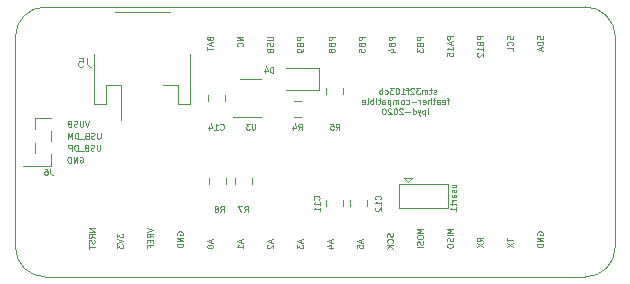
<source format=gbr>
G04 #@! TF.GenerationSoftware,KiCad,Pcbnew,(5.1.5)-2*
G04 #@! TF.CreationDate,2020-08-19T20:36:14+04:00*
G04 #@! TF.ProjectId,stm32f103_feather,73746d33-3266-4313-9033-5f6665617468,rev?*
G04 #@! TF.SameCoordinates,Original*
G04 #@! TF.FileFunction,Legend,Bot*
G04 #@! TF.FilePolarity,Positive*
%FSLAX46Y46*%
G04 Gerber Fmt 4.6, Leading zero omitted, Abs format (unit mm)*
G04 Created by KiCad (PCBNEW (5.1.5)-2) date 2020-08-19 20:36:14*
%MOMM*%
%LPD*%
G04 APERTURE LIST*
%ADD10C,0.101600*%
G04 #@! TA.AperFunction,Profile*
%ADD11C,0.050000*%
G04 #@! TD*
%ADD12C,0.120000*%
G04 APERTURE END LIST*
D10*
X132467047Y-88900000D02*
X132515428Y-88875809D01*
X132588000Y-88875809D01*
X132660571Y-88900000D01*
X132708952Y-88948380D01*
X132733142Y-88996761D01*
X132757333Y-89093523D01*
X132757333Y-89166095D01*
X132733142Y-89262857D01*
X132708952Y-89311238D01*
X132660571Y-89359619D01*
X132588000Y-89383809D01*
X132539619Y-89383809D01*
X132467047Y-89359619D01*
X132442857Y-89335428D01*
X132442857Y-89166095D01*
X132539619Y-89166095D01*
X132225142Y-89383809D02*
X132225142Y-88875809D01*
X131934857Y-89383809D01*
X131934857Y-88875809D01*
X131692952Y-89383809D02*
X131692952Y-88875809D01*
X131572000Y-88875809D01*
X131499428Y-88900000D01*
X131451047Y-88948380D01*
X131426857Y-88996761D01*
X131402666Y-89093523D01*
X131402666Y-89166095D01*
X131426857Y-89262857D01*
X131451047Y-89311238D01*
X131499428Y-89359619D01*
X131572000Y-89383809D01*
X131692952Y-89383809D01*
X134184571Y-87859809D02*
X134184571Y-88271047D01*
X134160380Y-88319428D01*
X134136190Y-88343619D01*
X134087809Y-88367809D01*
X133991047Y-88367809D01*
X133942666Y-88343619D01*
X133918476Y-88319428D01*
X133894285Y-88271047D01*
X133894285Y-87859809D01*
X133676571Y-88343619D02*
X133604000Y-88367809D01*
X133483047Y-88367809D01*
X133434666Y-88343619D01*
X133410476Y-88319428D01*
X133386285Y-88271047D01*
X133386285Y-88222666D01*
X133410476Y-88174285D01*
X133434666Y-88150095D01*
X133483047Y-88125904D01*
X133579809Y-88101714D01*
X133628190Y-88077523D01*
X133652380Y-88053333D01*
X133676571Y-88004952D01*
X133676571Y-87956571D01*
X133652380Y-87908190D01*
X133628190Y-87884000D01*
X133579809Y-87859809D01*
X133458857Y-87859809D01*
X133386285Y-87884000D01*
X132999238Y-88101714D02*
X132926666Y-88125904D01*
X132902476Y-88150095D01*
X132878285Y-88198476D01*
X132878285Y-88271047D01*
X132902476Y-88319428D01*
X132926666Y-88343619D01*
X132975047Y-88367809D01*
X133168571Y-88367809D01*
X133168571Y-87859809D01*
X132999238Y-87859809D01*
X132950857Y-87884000D01*
X132926666Y-87908190D01*
X132902476Y-87956571D01*
X132902476Y-88004952D01*
X132926666Y-88053333D01*
X132950857Y-88077523D01*
X132999238Y-88101714D01*
X133168571Y-88101714D01*
X132781523Y-88416190D02*
X132394476Y-88416190D01*
X132273523Y-88367809D02*
X132273523Y-87859809D01*
X132152571Y-87859809D01*
X132080000Y-87884000D01*
X132031619Y-87932380D01*
X132007428Y-87980761D01*
X131983238Y-88077523D01*
X131983238Y-88150095D01*
X132007428Y-88246857D01*
X132031619Y-88295238D01*
X132080000Y-88343619D01*
X132152571Y-88367809D01*
X132273523Y-88367809D01*
X131765523Y-88367809D02*
X131765523Y-87859809D01*
X131572000Y-87859809D01*
X131523619Y-87884000D01*
X131499428Y-87908190D01*
X131475238Y-87956571D01*
X131475238Y-88029142D01*
X131499428Y-88077523D01*
X131523619Y-88101714D01*
X131572000Y-88125904D01*
X131765523Y-88125904D01*
X134220857Y-86843809D02*
X134220857Y-87255047D01*
X134196666Y-87303428D01*
X134172476Y-87327619D01*
X134124095Y-87351809D01*
X134027333Y-87351809D01*
X133978952Y-87327619D01*
X133954761Y-87303428D01*
X133930571Y-87255047D01*
X133930571Y-86843809D01*
X133712857Y-87327619D02*
X133640285Y-87351809D01*
X133519333Y-87351809D01*
X133470952Y-87327619D01*
X133446761Y-87303428D01*
X133422571Y-87255047D01*
X133422571Y-87206666D01*
X133446761Y-87158285D01*
X133470952Y-87134095D01*
X133519333Y-87109904D01*
X133616095Y-87085714D01*
X133664476Y-87061523D01*
X133688666Y-87037333D01*
X133712857Y-86988952D01*
X133712857Y-86940571D01*
X133688666Y-86892190D01*
X133664476Y-86868000D01*
X133616095Y-86843809D01*
X133495142Y-86843809D01*
X133422571Y-86868000D01*
X133035523Y-87085714D02*
X132962952Y-87109904D01*
X132938761Y-87134095D01*
X132914571Y-87182476D01*
X132914571Y-87255047D01*
X132938761Y-87303428D01*
X132962952Y-87327619D01*
X133011333Y-87351809D01*
X133204857Y-87351809D01*
X133204857Y-86843809D01*
X133035523Y-86843809D01*
X132987142Y-86868000D01*
X132962952Y-86892190D01*
X132938761Y-86940571D01*
X132938761Y-86988952D01*
X132962952Y-87037333D01*
X132987142Y-87061523D01*
X133035523Y-87085714D01*
X133204857Y-87085714D01*
X132817809Y-87400190D02*
X132430761Y-87400190D01*
X132309809Y-87351809D02*
X132309809Y-86843809D01*
X132188857Y-86843809D01*
X132116285Y-86868000D01*
X132067904Y-86916380D01*
X132043714Y-86964761D01*
X132019523Y-87061523D01*
X132019523Y-87134095D01*
X132043714Y-87230857D01*
X132067904Y-87279238D01*
X132116285Y-87327619D01*
X132188857Y-87351809D01*
X132309809Y-87351809D01*
X131801809Y-87351809D02*
X131801809Y-86843809D01*
X131632476Y-87206666D01*
X131463142Y-86843809D01*
X131463142Y-87351809D01*
X133265333Y-85827809D02*
X133096000Y-86335809D01*
X132926666Y-85827809D01*
X132757333Y-85827809D02*
X132757333Y-86239047D01*
X132733142Y-86287428D01*
X132708952Y-86311619D01*
X132660571Y-86335809D01*
X132563809Y-86335809D01*
X132515428Y-86311619D01*
X132491238Y-86287428D01*
X132467047Y-86239047D01*
X132467047Y-85827809D01*
X132249333Y-86311619D02*
X132176761Y-86335809D01*
X132055809Y-86335809D01*
X132007428Y-86311619D01*
X131983238Y-86287428D01*
X131959047Y-86239047D01*
X131959047Y-86190666D01*
X131983238Y-86142285D01*
X132007428Y-86118095D01*
X132055809Y-86093904D01*
X132152571Y-86069714D01*
X132200952Y-86045523D01*
X132225142Y-86021333D01*
X132249333Y-85972952D01*
X132249333Y-85924571D01*
X132225142Y-85876190D01*
X132200952Y-85852000D01*
X132152571Y-85827809D01*
X132031619Y-85827809D01*
X131959047Y-85852000D01*
X131572000Y-86069714D02*
X131499428Y-86093904D01*
X131475238Y-86118095D01*
X131451047Y-86166476D01*
X131451047Y-86239047D01*
X131475238Y-86287428D01*
X131499428Y-86311619D01*
X131547809Y-86335809D01*
X131741333Y-86335809D01*
X131741333Y-85827809D01*
X131572000Y-85827809D01*
X131523619Y-85852000D01*
X131499428Y-85876190D01*
X131475238Y-85924571D01*
X131475238Y-85972952D01*
X131499428Y-86021333D01*
X131523619Y-86045523D01*
X131572000Y-86069714D01*
X131741333Y-86069714D01*
X171655619Y-78631142D02*
X171679809Y-78703714D01*
X171679809Y-78824666D01*
X171655619Y-78873047D01*
X171631428Y-78897238D01*
X171583047Y-78921428D01*
X171534666Y-78921428D01*
X171486285Y-78897238D01*
X171462095Y-78873047D01*
X171437904Y-78824666D01*
X171413714Y-78727904D01*
X171389523Y-78679523D01*
X171365333Y-78655333D01*
X171316952Y-78631142D01*
X171268571Y-78631142D01*
X171220190Y-78655333D01*
X171196000Y-78679523D01*
X171171809Y-78727904D01*
X171171809Y-78848857D01*
X171196000Y-78921428D01*
X171679809Y-79139142D02*
X171171809Y-79139142D01*
X171171809Y-79260095D01*
X171196000Y-79332666D01*
X171244380Y-79381047D01*
X171292761Y-79405238D01*
X171389523Y-79429428D01*
X171462095Y-79429428D01*
X171558857Y-79405238D01*
X171607238Y-79381047D01*
X171655619Y-79332666D01*
X171679809Y-79260095D01*
X171679809Y-79139142D01*
X171534666Y-79622952D02*
X171534666Y-79864857D01*
X171679809Y-79574571D02*
X171171809Y-79743904D01*
X171679809Y-79913238D01*
X169115619Y-78643238D02*
X169139809Y-78715809D01*
X169139809Y-78836761D01*
X169115619Y-78885142D01*
X169091428Y-78909333D01*
X169043047Y-78933523D01*
X168994666Y-78933523D01*
X168946285Y-78909333D01*
X168922095Y-78885142D01*
X168897904Y-78836761D01*
X168873714Y-78740000D01*
X168849523Y-78691619D01*
X168825333Y-78667428D01*
X168776952Y-78643238D01*
X168728571Y-78643238D01*
X168680190Y-78667428D01*
X168656000Y-78691619D01*
X168631809Y-78740000D01*
X168631809Y-78860952D01*
X168656000Y-78933523D01*
X169091428Y-79441523D02*
X169115619Y-79417333D01*
X169139809Y-79344761D01*
X169139809Y-79296380D01*
X169115619Y-79223809D01*
X169067238Y-79175428D01*
X169018857Y-79151238D01*
X168922095Y-79127047D01*
X168849523Y-79127047D01*
X168752761Y-79151238D01*
X168704380Y-79175428D01*
X168656000Y-79223809D01*
X168631809Y-79296380D01*
X168631809Y-79344761D01*
X168656000Y-79417333D01*
X168680190Y-79441523D01*
X169139809Y-79901142D02*
X169139809Y-79659238D01*
X168631809Y-79659238D01*
X166599809Y-78631142D02*
X166091809Y-78631142D01*
X166091809Y-78824666D01*
X166116000Y-78873047D01*
X166140190Y-78897238D01*
X166188571Y-78921428D01*
X166261142Y-78921428D01*
X166309523Y-78897238D01*
X166333714Y-78873047D01*
X166357904Y-78824666D01*
X166357904Y-78631142D01*
X166333714Y-79308476D02*
X166357904Y-79381047D01*
X166382095Y-79405238D01*
X166430476Y-79429428D01*
X166503047Y-79429428D01*
X166551428Y-79405238D01*
X166575619Y-79381047D01*
X166599809Y-79332666D01*
X166599809Y-79139142D01*
X166091809Y-79139142D01*
X166091809Y-79308476D01*
X166116000Y-79356857D01*
X166140190Y-79381047D01*
X166188571Y-79405238D01*
X166236952Y-79405238D01*
X166285333Y-79381047D01*
X166309523Y-79356857D01*
X166333714Y-79308476D01*
X166333714Y-79139142D01*
X166599809Y-79913238D02*
X166599809Y-79622952D01*
X166599809Y-79768095D02*
X166091809Y-79768095D01*
X166164380Y-79719714D01*
X166212761Y-79671333D01*
X166236952Y-79622952D01*
X166140190Y-80106761D02*
X166116000Y-80130952D01*
X166091809Y-80179333D01*
X166091809Y-80300285D01*
X166116000Y-80348666D01*
X166140190Y-80372857D01*
X166188571Y-80397047D01*
X166236952Y-80397047D01*
X166309523Y-80372857D01*
X166599809Y-80082571D01*
X166599809Y-80397047D01*
X164059809Y-78667428D02*
X163551809Y-78667428D01*
X163551809Y-78860952D01*
X163576000Y-78909333D01*
X163600190Y-78933523D01*
X163648571Y-78957714D01*
X163721142Y-78957714D01*
X163769523Y-78933523D01*
X163793714Y-78909333D01*
X163817904Y-78860952D01*
X163817904Y-78667428D01*
X163914666Y-79151238D02*
X163914666Y-79393142D01*
X164059809Y-79102857D02*
X163551809Y-79272190D01*
X164059809Y-79441523D01*
X164059809Y-79876952D02*
X164059809Y-79586666D01*
X164059809Y-79731809D02*
X163551809Y-79731809D01*
X163624380Y-79683428D01*
X163672761Y-79635047D01*
X163696952Y-79586666D01*
X163551809Y-80336571D02*
X163551809Y-80094666D01*
X163793714Y-80070476D01*
X163769523Y-80094666D01*
X163745333Y-80143047D01*
X163745333Y-80264000D01*
X163769523Y-80312380D01*
X163793714Y-80336571D01*
X163842095Y-80360761D01*
X163963047Y-80360761D01*
X164011428Y-80336571D01*
X164035619Y-80312380D01*
X164059809Y-80264000D01*
X164059809Y-80143047D01*
X164035619Y-80094666D01*
X164011428Y-80070476D01*
X161519809Y-78746047D02*
X161011809Y-78746047D01*
X161011809Y-78939571D01*
X161036000Y-78987952D01*
X161060190Y-79012142D01*
X161108571Y-79036333D01*
X161181142Y-79036333D01*
X161229523Y-79012142D01*
X161253714Y-78987952D01*
X161277904Y-78939571D01*
X161277904Y-78746047D01*
X161253714Y-79423380D02*
X161277904Y-79495952D01*
X161302095Y-79520142D01*
X161350476Y-79544333D01*
X161423047Y-79544333D01*
X161471428Y-79520142D01*
X161495619Y-79495952D01*
X161519809Y-79447571D01*
X161519809Y-79254047D01*
X161011809Y-79254047D01*
X161011809Y-79423380D01*
X161036000Y-79471761D01*
X161060190Y-79495952D01*
X161108571Y-79520142D01*
X161156952Y-79520142D01*
X161205333Y-79495952D01*
X161229523Y-79471761D01*
X161253714Y-79423380D01*
X161253714Y-79254047D01*
X161011809Y-79713666D02*
X161011809Y-80028142D01*
X161205333Y-79858809D01*
X161205333Y-79931380D01*
X161229523Y-79979761D01*
X161253714Y-80003952D01*
X161302095Y-80028142D01*
X161423047Y-80028142D01*
X161471428Y-80003952D01*
X161495619Y-79979761D01*
X161519809Y-79931380D01*
X161519809Y-79786238D01*
X161495619Y-79737857D01*
X161471428Y-79713666D01*
X159106809Y-78746047D02*
X158598809Y-78746047D01*
X158598809Y-78939571D01*
X158623000Y-78987952D01*
X158647190Y-79012142D01*
X158695571Y-79036333D01*
X158768142Y-79036333D01*
X158816523Y-79012142D01*
X158840714Y-78987952D01*
X158864904Y-78939571D01*
X158864904Y-78746047D01*
X158840714Y-79423380D02*
X158864904Y-79495952D01*
X158889095Y-79520142D01*
X158937476Y-79544333D01*
X159010047Y-79544333D01*
X159058428Y-79520142D01*
X159082619Y-79495952D01*
X159106809Y-79447571D01*
X159106809Y-79254047D01*
X158598809Y-79254047D01*
X158598809Y-79423380D01*
X158623000Y-79471761D01*
X158647190Y-79495952D01*
X158695571Y-79520142D01*
X158743952Y-79520142D01*
X158792333Y-79495952D01*
X158816523Y-79471761D01*
X158840714Y-79423380D01*
X158840714Y-79254047D01*
X158768142Y-79979761D02*
X159106809Y-79979761D01*
X158574619Y-79858809D02*
X158937476Y-79737857D01*
X158937476Y-80052333D01*
X156566809Y-78746047D02*
X156058809Y-78746047D01*
X156058809Y-78939571D01*
X156083000Y-78987952D01*
X156107190Y-79012142D01*
X156155571Y-79036333D01*
X156228142Y-79036333D01*
X156276523Y-79012142D01*
X156300714Y-78987952D01*
X156324904Y-78939571D01*
X156324904Y-78746047D01*
X156300714Y-79423380D02*
X156324904Y-79495952D01*
X156349095Y-79520142D01*
X156397476Y-79544333D01*
X156470047Y-79544333D01*
X156518428Y-79520142D01*
X156542619Y-79495952D01*
X156566809Y-79447571D01*
X156566809Y-79254047D01*
X156058809Y-79254047D01*
X156058809Y-79423380D01*
X156083000Y-79471761D01*
X156107190Y-79495952D01*
X156155571Y-79520142D01*
X156203952Y-79520142D01*
X156252333Y-79495952D01*
X156276523Y-79471761D01*
X156300714Y-79423380D01*
X156300714Y-79254047D01*
X156058809Y-80003952D02*
X156058809Y-79762047D01*
X156300714Y-79737857D01*
X156276523Y-79762047D01*
X156252333Y-79810428D01*
X156252333Y-79931380D01*
X156276523Y-79979761D01*
X156300714Y-80003952D01*
X156349095Y-80028142D01*
X156470047Y-80028142D01*
X156518428Y-80003952D01*
X156542619Y-79979761D01*
X156566809Y-79931380D01*
X156566809Y-79810428D01*
X156542619Y-79762047D01*
X156518428Y-79737857D01*
X154026809Y-78746047D02*
X153518809Y-78746047D01*
X153518809Y-78939571D01*
X153543000Y-78987952D01*
X153567190Y-79012142D01*
X153615571Y-79036333D01*
X153688142Y-79036333D01*
X153736523Y-79012142D01*
X153760714Y-78987952D01*
X153784904Y-78939571D01*
X153784904Y-78746047D01*
X153760714Y-79423380D02*
X153784904Y-79495952D01*
X153809095Y-79520142D01*
X153857476Y-79544333D01*
X153930047Y-79544333D01*
X153978428Y-79520142D01*
X154002619Y-79495952D01*
X154026809Y-79447571D01*
X154026809Y-79254047D01*
X153518809Y-79254047D01*
X153518809Y-79423380D01*
X153543000Y-79471761D01*
X153567190Y-79495952D01*
X153615571Y-79520142D01*
X153663952Y-79520142D01*
X153712333Y-79495952D01*
X153736523Y-79471761D01*
X153760714Y-79423380D01*
X153760714Y-79254047D01*
X153736523Y-79834619D02*
X153712333Y-79786238D01*
X153688142Y-79762047D01*
X153639761Y-79737857D01*
X153615571Y-79737857D01*
X153567190Y-79762047D01*
X153543000Y-79786238D01*
X153518809Y-79834619D01*
X153518809Y-79931380D01*
X153543000Y-79979761D01*
X153567190Y-80003952D01*
X153615571Y-80028142D01*
X153639761Y-80028142D01*
X153688142Y-80003952D01*
X153712333Y-79979761D01*
X153736523Y-79931380D01*
X153736523Y-79834619D01*
X153760714Y-79786238D01*
X153784904Y-79762047D01*
X153833285Y-79737857D01*
X153930047Y-79737857D01*
X153978428Y-79762047D01*
X154002619Y-79786238D01*
X154026809Y-79834619D01*
X154026809Y-79931380D01*
X154002619Y-79979761D01*
X153978428Y-80003952D01*
X153930047Y-80028142D01*
X153833285Y-80028142D01*
X153784904Y-80003952D01*
X153760714Y-79979761D01*
X153736523Y-79931380D01*
X151359809Y-78746047D02*
X150851809Y-78746047D01*
X150851809Y-78939571D01*
X150876000Y-78987952D01*
X150900190Y-79012142D01*
X150948571Y-79036333D01*
X151021142Y-79036333D01*
X151069523Y-79012142D01*
X151093714Y-78987952D01*
X151117904Y-78939571D01*
X151117904Y-78746047D01*
X151093714Y-79423380D02*
X151117904Y-79495952D01*
X151142095Y-79520142D01*
X151190476Y-79544333D01*
X151263047Y-79544333D01*
X151311428Y-79520142D01*
X151335619Y-79495952D01*
X151359809Y-79447571D01*
X151359809Y-79254047D01*
X150851809Y-79254047D01*
X150851809Y-79423380D01*
X150876000Y-79471761D01*
X150900190Y-79495952D01*
X150948571Y-79520142D01*
X150996952Y-79520142D01*
X151045333Y-79495952D01*
X151069523Y-79471761D01*
X151093714Y-79423380D01*
X151093714Y-79254047D01*
X151359809Y-79786238D02*
X151359809Y-79883000D01*
X151335619Y-79931380D01*
X151311428Y-79955571D01*
X151238857Y-80003952D01*
X151142095Y-80028142D01*
X150948571Y-80028142D01*
X150900190Y-80003952D01*
X150876000Y-79979761D01*
X150851809Y-79931380D01*
X150851809Y-79834619D01*
X150876000Y-79786238D01*
X150900190Y-79762047D01*
X150948571Y-79737857D01*
X151069523Y-79737857D01*
X151117904Y-79762047D01*
X151142095Y-79786238D01*
X151166285Y-79834619D01*
X151166285Y-79931380D01*
X151142095Y-79979761D01*
X151117904Y-80003952D01*
X151069523Y-80028142D01*
X148311809Y-78733952D02*
X148723047Y-78733952D01*
X148771428Y-78758142D01*
X148795619Y-78782333D01*
X148819809Y-78830714D01*
X148819809Y-78927476D01*
X148795619Y-78975857D01*
X148771428Y-79000047D01*
X148723047Y-79024238D01*
X148311809Y-79024238D01*
X148795619Y-79241952D02*
X148819809Y-79314523D01*
X148819809Y-79435476D01*
X148795619Y-79483857D01*
X148771428Y-79508047D01*
X148723047Y-79532238D01*
X148674666Y-79532238D01*
X148626285Y-79508047D01*
X148602095Y-79483857D01*
X148577904Y-79435476D01*
X148553714Y-79338714D01*
X148529523Y-79290333D01*
X148505333Y-79266142D01*
X148456952Y-79241952D01*
X148408571Y-79241952D01*
X148360190Y-79266142D01*
X148336000Y-79290333D01*
X148311809Y-79338714D01*
X148311809Y-79459666D01*
X148336000Y-79532238D01*
X148553714Y-79919285D02*
X148577904Y-79991857D01*
X148602095Y-80016047D01*
X148650476Y-80040238D01*
X148723047Y-80040238D01*
X148771428Y-80016047D01*
X148795619Y-79991857D01*
X148819809Y-79943476D01*
X148819809Y-79749952D01*
X148311809Y-79749952D01*
X148311809Y-79919285D01*
X148336000Y-79967666D01*
X148360190Y-79991857D01*
X148408571Y-80016047D01*
X148456952Y-80016047D01*
X148505333Y-79991857D01*
X148529523Y-79967666D01*
X148553714Y-79919285D01*
X148553714Y-79749952D01*
X146279809Y-78721857D02*
X145771809Y-78721857D01*
X146279809Y-79012142D01*
X145771809Y-79012142D01*
X146231428Y-79544333D02*
X146255619Y-79520142D01*
X146279809Y-79447571D01*
X146279809Y-79399190D01*
X146255619Y-79326619D01*
X146207238Y-79278238D01*
X146158857Y-79254047D01*
X146062095Y-79229857D01*
X145989523Y-79229857D01*
X145892761Y-79254047D01*
X145844380Y-79278238D01*
X145796000Y-79326619D01*
X145771809Y-79399190D01*
X145771809Y-79447571D01*
X145796000Y-79520142D01*
X145820190Y-79544333D01*
X143473714Y-78873047D02*
X143497904Y-78945619D01*
X143522095Y-78969809D01*
X143570476Y-78994000D01*
X143643047Y-78994000D01*
X143691428Y-78969809D01*
X143715619Y-78945619D01*
X143739809Y-78897238D01*
X143739809Y-78703714D01*
X143231809Y-78703714D01*
X143231809Y-78873047D01*
X143256000Y-78921428D01*
X143280190Y-78945619D01*
X143328571Y-78969809D01*
X143376952Y-78969809D01*
X143425333Y-78945619D01*
X143449523Y-78921428D01*
X143473714Y-78873047D01*
X143473714Y-78703714D01*
X143594666Y-79187523D02*
X143594666Y-79429428D01*
X143739809Y-79139142D02*
X143231809Y-79308476D01*
X143739809Y-79477809D01*
X143231809Y-79574571D02*
X143231809Y-79864857D01*
X143739809Y-79719714D02*
X143231809Y-79719714D01*
X171196000Y-95497952D02*
X171171809Y-95449571D01*
X171171809Y-95377000D01*
X171196000Y-95304428D01*
X171244380Y-95256047D01*
X171292761Y-95231857D01*
X171389523Y-95207666D01*
X171462095Y-95207666D01*
X171558857Y-95231857D01*
X171607238Y-95256047D01*
X171655619Y-95304428D01*
X171679809Y-95377000D01*
X171679809Y-95425380D01*
X171655619Y-95497952D01*
X171631428Y-95522142D01*
X171462095Y-95522142D01*
X171462095Y-95425380D01*
X171679809Y-95739857D02*
X171171809Y-95739857D01*
X171679809Y-96030142D01*
X171171809Y-96030142D01*
X171679809Y-96272047D02*
X171171809Y-96272047D01*
X171171809Y-96393000D01*
X171196000Y-96465571D01*
X171244380Y-96513952D01*
X171292761Y-96538142D01*
X171389523Y-96562333D01*
X171462095Y-96562333D01*
X171558857Y-96538142D01*
X171607238Y-96513952D01*
X171655619Y-96465571D01*
X171679809Y-96393000D01*
X171679809Y-96272047D01*
X168631809Y-95751952D02*
X168631809Y-96042238D01*
X169139809Y-95897095D02*
X168631809Y-95897095D01*
X168631809Y-96163190D02*
X169139809Y-96501857D01*
X168631809Y-96501857D02*
X169139809Y-96163190D01*
X166599809Y-96054333D02*
X166357904Y-95885000D01*
X166599809Y-95764047D02*
X166091809Y-95764047D01*
X166091809Y-95957571D01*
X166116000Y-96005952D01*
X166140190Y-96030142D01*
X166188571Y-96054333D01*
X166261142Y-96054333D01*
X166309523Y-96030142D01*
X166333714Y-96005952D01*
X166357904Y-95957571D01*
X166357904Y-95764047D01*
X166091809Y-96223666D02*
X166599809Y-96562333D01*
X166091809Y-96562333D02*
X166599809Y-96223666D01*
X164059809Y-94959714D02*
X163551809Y-94959714D01*
X163914666Y-95129047D01*
X163551809Y-95298380D01*
X164059809Y-95298380D01*
X164059809Y-95540285D02*
X163551809Y-95540285D01*
X164035619Y-95758000D02*
X164059809Y-95830571D01*
X164059809Y-95951523D01*
X164035619Y-95999904D01*
X164011428Y-96024095D01*
X163963047Y-96048285D01*
X163914666Y-96048285D01*
X163866285Y-96024095D01*
X163842095Y-95999904D01*
X163817904Y-95951523D01*
X163793714Y-95854761D01*
X163769523Y-95806380D01*
X163745333Y-95782190D01*
X163696952Y-95758000D01*
X163648571Y-95758000D01*
X163600190Y-95782190D01*
X163576000Y-95806380D01*
X163551809Y-95854761D01*
X163551809Y-95975714D01*
X163576000Y-96048285D01*
X163551809Y-96362761D02*
X163551809Y-96459523D01*
X163576000Y-96507904D01*
X163624380Y-96556285D01*
X163721142Y-96580476D01*
X163890476Y-96580476D01*
X163987238Y-96556285D01*
X164035619Y-96507904D01*
X164059809Y-96459523D01*
X164059809Y-96362761D01*
X164035619Y-96314380D01*
X163987238Y-96266000D01*
X163890476Y-96241809D01*
X163721142Y-96241809D01*
X163624380Y-96266000D01*
X163576000Y-96314380D01*
X163551809Y-96362761D01*
X161519809Y-94959714D02*
X161011809Y-94959714D01*
X161374666Y-95129047D01*
X161011809Y-95298380D01*
X161519809Y-95298380D01*
X161011809Y-95637047D02*
X161011809Y-95733809D01*
X161036000Y-95782190D01*
X161084380Y-95830571D01*
X161181142Y-95854761D01*
X161350476Y-95854761D01*
X161447238Y-95830571D01*
X161495619Y-95782190D01*
X161519809Y-95733809D01*
X161519809Y-95637047D01*
X161495619Y-95588666D01*
X161447238Y-95540285D01*
X161350476Y-95516095D01*
X161181142Y-95516095D01*
X161084380Y-95540285D01*
X161036000Y-95588666D01*
X161011809Y-95637047D01*
X161495619Y-96048285D02*
X161519809Y-96120857D01*
X161519809Y-96241809D01*
X161495619Y-96290190D01*
X161471428Y-96314380D01*
X161423047Y-96338571D01*
X161374666Y-96338571D01*
X161326285Y-96314380D01*
X161302095Y-96290190D01*
X161277904Y-96241809D01*
X161253714Y-96145047D01*
X161229523Y-96096666D01*
X161205333Y-96072476D01*
X161156952Y-96048285D01*
X161108571Y-96048285D01*
X161060190Y-96072476D01*
X161036000Y-96096666D01*
X161011809Y-96145047D01*
X161011809Y-96266000D01*
X161036000Y-96338571D01*
X161519809Y-96556285D02*
X161011809Y-96556285D01*
X158955619Y-95358857D02*
X158979809Y-95431428D01*
X158979809Y-95552380D01*
X158955619Y-95600761D01*
X158931428Y-95624952D01*
X158883047Y-95649142D01*
X158834666Y-95649142D01*
X158786285Y-95624952D01*
X158762095Y-95600761D01*
X158737904Y-95552380D01*
X158713714Y-95455619D01*
X158689523Y-95407238D01*
X158665333Y-95383047D01*
X158616952Y-95358857D01*
X158568571Y-95358857D01*
X158520190Y-95383047D01*
X158496000Y-95407238D01*
X158471809Y-95455619D01*
X158471809Y-95576571D01*
X158496000Y-95649142D01*
X158931428Y-96157142D02*
X158955619Y-96132952D01*
X158979809Y-96060380D01*
X158979809Y-96012000D01*
X158955619Y-95939428D01*
X158907238Y-95891047D01*
X158858857Y-95866857D01*
X158762095Y-95842666D01*
X158689523Y-95842666D01*
X158592761Y-95866857D01*
X158544380Y-95891047D01*
X158496000Y-95939428D01*
X158471809Y-96012000D01*
X158471809Y-96060380D01*
X158496000Y-96132952D01*
X158520190Y-96157142D01*
X158979809Y-96374857D02*
X158471809Y-96374857D01*
X158979809Y-96665142D02*
X158689523Y-96447428D01*
X158471809Y-96665142D02*
X158762095Y-96374857D01*
X156294666Y-95903142D02*
X156294666Y-96145047D01*
X156439809Y-95854761D02*
X155931809Y-96024095D01*
X156439809Y-96193428D01*
X155931809Y-96604666D02*
X155931809Y-96362761D01*
X156173714Y-96338571D01*
X156149523Y-96362761D01*
X156125333Y-96411142D01*
X156125333Y-96532095D01*
X156149523Y-96580476D01*
X156173714Y-96604666D01*
X156222095Y-96628857D01*
X156343047Y-96628857D01*
X156391428Y-96604666D01*
X156415619Y-96580476D01*
X156439809Y-96532095D01*
X156439809Y-96411142D01*
X156415619Y-96362761D01*
X156391428Y-96338571D01*
X153754666Y-95903142D02*
X153754666Y-96145047D01*
X153899809Y-95854761D02*
X153391809Y-96024095D01*
X153899809Y-96193428D01*
X153561142Y-96580476D02*
X153899809Y-96580476D01*
X153367619Y-96459523D02*
X153730476Y-96338571D01*
X153730476Y-96653047D01*
X151214666Y-95903142D02*
X151214666Y-96145047D01*
X151359809Y-95854761D02*
X150851809Y-96024095D01*
X151359809Y-96193428D01*
X150851809Y-96314380D02*
X150851809Y-96628857D01*
X151045333Y-96459523D01*
X151045333Y-96532095D01*
X151069523Y-96580476D01*
X151093714Y-96604666D01*
X151142095Y-96628857D01*
X151263047Y-96628857D01*
X151311428Y-96604666D01*
X151335619Y-96580476D01*
X151359809Y-96532095D01*
X151359809Y-96386952D01*
X151335619Y-96338571D01*
X151311428Y-96314380D01*
X148674666Y-95903142D02*
X148674666Y-96145047D01*
X148819809Y-95854761D02*
X148311809Y-96024095D01*
X148819809Y-96193428D01*
X148360190Y-96338571D02*
X148336000Y-96362761D01*
X148311809Y-96411142D01*
X148311809Y-96532095D01*
X148336000Y-96580476D01*
X148360190Y-96604666D01*
X148408571Y-96628857D01*
X148456952Y-96628857D01*
X148529523Y-96604666D01*
X148819809Y-96314380D01*
X148819809Y-96628857D01*
X146134666Y-95903142D02*
X146134666Y-96145047D01*
X146279809Y-95854761D02*
X145771809Y-96024095D01*
X146279809Y-96193428D01*
X146279809Y-96628857D02*
X146279809Y-96338571D01*
X146279809Y-96483714D02*
X145771809Y-96483714D01*
X145844380Y-96435333D01*
X145892761Y-96386952D01*
X145916952Y-96338571D01*
X143594666Y-95903142D02*
X143594666Y-96145047D01*
X143739809Y-95854761D02*
X143231809Y-96024095D01*
X143739809Y-96193428D01*
X143231809Y-96459523D02*
X143231809Y-96507904D01*
X143256000Y-96556285D01*
X143280190Y-96580476D01*
X143328571Y-96604666D01*
X143425333Y-96628857D01*
X143546285Y-96628857D01*
X143643047Y-96604666D01*
X143691428Y-96580476D01*
X143715619Y-96556285D01*
X143739809Y-96507904D01*
X143739809Y-96459523D01*
X143715619Y-96411142D01*
X143691428Y-96386952D01*
X143643047Y-96362761D01*
X143546285Y-96338571D01*
X143425333Y-96338571D01*
X143328571Y-96362761D01*
X143280190Y-96386952D01*
X143256000Y-96411142D01*
X143231809Y-96459523D01*
X140716000Y-95497952D02*
X140691809Y-95449571D01*
X140691809Y-95377000D01*
X140716000Y-95304428D01*
X140764380Y-95256047D01*
X140812761Y-95231857D01*
X140909523Y-95207666D01*
X140982095Y-95207666D01*
X141078857Y-95231857D01*
X141127238Y-95256047D01*
X141175619Y-95304428D01*
X141199809Y-95377000D01*
X141199809Y-95425380D01*
X141175619Y-95497952D01*
X141151428Y-95522142D01*
X140982095Y-95522142D01*
X140982095Y-95425380D01*
X141199809Y-95739857D02*
X140691809Y-95739857D01*
X141199809Y-96030142D01*
X140691809Y-96030142D01*
X141199809Y-96272047D02*
X140691809Y-96272047D01*
X140691809Y-96393000D01*
X140716000Y-96465571D01*
X140764380Y-96513952D01*
X140812761Y-96538142D01*
X140909523Y-96562333D01*
X140982095Y-96562333D01*
X141078857Y-96538142D01*
X141127238Y-96513952D01*
X141175619Y-96465571D01*
X141199809Y-96393000D01*
X141199809Y-96272047D01*
X138151809Y-94887142D02*
X138659809Y-95056476D01*
X138151809Y-95225809D01*
X138659809Y-95685428D02*
X138417904Y-95516095D01*
X138659809Y-95395142D02*
X138151809Y-95395142D01*
X138151809Y-95588666D01*
X138176000Y-95637047D01*
X138200190Y-95661238D01*
X138248571Y-95685428D01*
X138321142Y-95685428D01*
X138369523Y-95661238D01*
X138393714Y-95637047D01*
X138417904Y-95588666D01*
X138417904Y-95395142D01*
X138393714Y-95903142D02*
X138393714Y-96072476D01*
X138659809Y-96145047D02*
X138659809Y-95903142D01*
X138151809Y-95903142D01*
X138151809Y-96145047D01*
X138393714Y-96532095D02*
X138393714Y-96362761D01*
X138659809Y-96362761D02*
X138151809Y-96362761D01*
X138151809Y-96604666D01*
X135611809Y-95383047D02*
X135611809Y-95697523D01*
X135805333Y-95528190D01*
X135805333Y-95600761D01*
X135829523Y-95649142D01*
X135853714Y-95673333D01*
X135902095Y-95697523D01*
X136023047Y-95697523D01*
X136071428Y-95673333D01*
X136095619Y-95649142D01*
X136119809Y-95600761D01*
X136119809Y-95455619D01*
X136095619Y-95407238D01*
X136071428Y-95383047D01*
X135611809Y-95842666D02*
X136119809Y-96012000D01*
X135611809Y-96181333D01*
X135611809Y-96302285D02*
X135611809Y-96616761D01*
X135805333Y-96447428D01*
X135805333Y-96520000D01*
X135829523Y-96568380D01*
X135853714Y-96592571D01*
X135902095Y-96616761D01*
X136023047Y-96616761D01*
X136071428Y-96592571D01*
X136095619Y-96568380D01*
X136119809Y-96520000D01*
X136119809Y-96374857D01*
X136095619Y-96326476D01*
X136071428Y-96302285D01*
X133706809Y-94923428D02*
X133198809Y-94923428D01*
X133706809Y-95213714D01*
X133198809Y-95213714D01*
X133706809Y-95745904D02*
X133464904Y-95576571D01*
X133706809Y-95455619D02*
X133198809Y-95455619D01*
X133198809Y-95649142D01*
X133223000Y-95697523D01*
X133247190Y-95721714D01*
X133295571Y-95745904D01*
X133368142Y-95745904D01*
X133416523Y-95721714D01*
X133440714Y-95697523D01*
X133464904Y-95649142D01*
X133464904Y-95455619D01*
X133682619Y-95939428D02*
X133706809Y-96012000D01*
X133706809Y-96132952D01*
X133682619Y-96181333D01*
X133658428Y-96205523D01*
X133610047Y-96229714D01*
X133561666Y-96229714D01*
X133513285Y-96205523D01*
X133489095Y-96181333D01*
X133464904Y-96132952D01*
X133440714Y-96036190D01*
X133416523Y-95987809D01*
X133392333Y-95963619D01*
X133343952Y-95939428D01*
X133295571Y-95939428D01*
X133247190Y-95963619D01*
X133223000Y-95987809D01*
X133198809Y-96036190D01*
X133198809Y-96157142D01*
X133223000Y-96229714D01*
X133198809Y-96374857D02*
X133198809Y-96665142D01*
X133706809Y-96520000D02*
X133198809Y-96520000D01*
X162608380Y-83543019D02*
X162560000Y-83567209D01*
X162463238Y-83567209D01*
X162414857Y-83543019D01*
X162390666Y-83494638D01*
X162390666Y-83470447D01*
X162414857Y-83422066D01*
X162463238Y-83397876D01*
X162535809Y-83397876D01*
X162584190Y-83373685D01*
X162608380Y-83325304D01*
X162608380Y-83301114D01*
X162584190Y-83252733D01*
X162535809Y-83228542D01*
X162463238Y-83228542D01*
X162414857Y-83252733D01*
X162245523Y-83228542D02*
X162052000Y-83228542D01*
X162172952Y-83059209D02*
X162172952Y-83494638D01*
X162148761Y-83543019D01*
X162100380Y-83567209D01*
X162052000Y-83567209D01*
X161882666Y-83567209D02*
X161882666Y-83228542D01*
X161882666Y-83276923D02*
X161858476Y-83252733D01*
X161810095Y-83228542D01*
X161737523Y-83228542D01*
X161689142Y-83252733D01*
X161664952Y-83301114D01*
X161664952Y-83567209D01*
X161664952Y-83301114D02*
X161640761Y-83252733D01*
X161592380Y-83228542D01*
X161519809Y-83228542D01*
X161471428Y-83252733D01*
X161447238Y-83301114D01*
X161447238Y-83567209D01*
X161253714Y-83059209D02*
X160939238Y-83059209D01*
X161108571Y-83252733D01*
X161036000Y-83252733D01*
X160987619Y-83276923D01*
X160963428Y-83301114D01*
X160939238Y-83349495D01*
X160939238Y-83470447D01*
X160963428Y-83518828D01*
X160987619Y-83543019D01*
X161036000Y-83567209D01*
X161181142Y-83567209D01*
X161229523Y-83543019D01*
X161253714Y-83518828D01*
X160745714Y-83107590D02*
X160721523Y-83083400D01*
X160673142Y-83059209D01*
X160552190Y-83059209D01*
X160503809Y-83083400D01*
X160479619Y-83107590D01*
X160455428Y-83155971D01*
X160455428Y-83204352D01*
X160479619Y-83276923D01*
X160769904Y-83567209D01*
X160455428Y-83567209D01*
X160310285Y-83228542D02*
X160116761Y-83228542D01*
X160237714Y-83567209D02*
X160237714Y-83131780D01*
X160213523Y-83083400D01*
X160165142Y-83059209D01*
X160116761Y-83059209D01*
X159681333Y-83567209D02*
X159971619Y-83567209D01*
X159826476Y-83567209D02*
X159826476Y-83059209D01*
X159874857Y-83131780D01*
X159923238Y-83180161D01*
X159971619Y-83204352D01*
X159366857Y-83059209D02*
X159318476Y-83059209D01*
X159270095Y-83083400D01*
X159245904Y-83107590D01*
X159221714Y-83155971D01*
X159197523Y-83252733D01*
X159197523Y-83373685D01*
X159221714Y-83470447D01*
X159245904Y-83518828D01*
X159270095Y-83543019D01*
X159318476Y-83567209D01*
X159366857Y-83567209D01*
X159415238Y-83543019D01*
X159439428Y-83518828D01*
X159463619Y-83470447D01*
X159487809Y-83373685D01*
X159487809Y-83252733D01*
X159463619Y-83155971D01*
X159439428Y-83107590D01*
X159415238Y-83083400D01*
X159366857Y-83059209D01*
X159028190Y-83059209D02*
X158713714Y-83059209D01*
X158883047Y-83252733D01*
X158810476Y-83252733D01*
X158762095Y-83276923D01*
X158737904Y-83301114D01*
X158713714Y-83349495D01*
X158713714Y-83470447D01*
X158737904Y-83518828D01*
X158762095Y-83543019D01*
X158810476Y-83567209D01*
X158955619Y-83567209D01*
X159004000Y-83543019D01*
X159028190Y-83518828D01*
X158278285Y-83543019D02*
X158326666Y-83567209D01*
X158423428Y-83567209D01*
X158471809Y-83543019D01*
X158496000Y-83518828D01*
X158520190Y-83470447D01*
X158520190Y-83325304D01*
X158496000Y-83276923D01*
X158471809Y-83252733D01*
X158423428Y-83228542D01*
X158326666Y-83228542D01*
X158278285Y-83252733D01*
X158060571Y-83567209D02*
X158060571Y-83059209D01*
X158060571Y-83252733D02*
X158012190Y-83228542D01*
X157915428Y-83228542D01*
X157867047Y-83252733D01*
X157842857Y-83276923D01*
X157818666Y-83325304D01*
X157818666Y-83470447D01*
X157842857Y-83518828D01*
X157867047Y-83543019D01*
X157915428Y-83567209D01*
X158012190Y-83567209D01*
X158060571Y-83543019D01*
X163721142Y-84092142D02*
X163527619Y-84092142D01*
X163648571Y-84430809D02*
X163648571Y-83995380D01*
X163624380Y-83947000D01*
X163576000Y-83922809D01*
X163527619Y-83922809D01*
X163164761Y-84406619D02*
X163213142Y-84430809D01*
X163309904Y-84430809D01*
X163358285Y-84406619D01*
X163382476Y-84358238D01*
X163382476Y-84164714D01*
X163358285Y-84116333D01*
X163309904Y-84092142D01*
X163213142Y-84092142D01*
X163164761Y-84116333D01*
X163140571Y-84164714D01*
X163140571Y-84213095D01*
X163382476Y-84261476D01*
X162705142Y-84430809D02*
X162705142Y-84164714D01*
X162729333Y-84116333D01*
X162777714Y-84092142D01*
X162874476Y-84092142D01*
X162922857Y-84116333D01*
X162705142Y-84406619D02*
X162753523Y-84430809D01*
X162874476Y-84430809D01*
X162922857Y-84406619D01*
X162947047Y-84358238D01*
X162947047Y-84309857D01*
X162922857Y-84261476D01*
X162874476Y-84237285D01*
X162753523Y-84237285D01*
X162705142Y-84213095D01*
X162535809Y-84092142D02*
X162342285Y-84092142D01*
X162463238Y-83922809D02*
X162463238Y-84358238D01*
X162439047Y-84406619D01*
X162390666Y-84430809D01*
X162342285Y-84430809D01*
X162172952Y-84430809D02*
X162172952Y-83922809D01*
X161955238Y-84430809D02*
X161955238Y-84164714D01*
X161979428Y-84116333D01*
X162027809Y-84092142D01*
X162100380Y-84092142D01*
X162148761Y-84116333D01*
X162172952Y-84140523D01*
X161519809Y-84406619D02*
X161568190Y-84430809D01*
X161664952Y-84430809D01*
X161713333Y-84406619D01*
X161737523Y-84358238D01*
X161737523Y-84164714D01*
X161713333Y-84116333D01*
X161664952Y-84092142D01*
X161568190Y-84092142D01*
X161519809Y-84116333D01*
X161495619Y-84164714D01*
X161495619Y-84213095D01*
X161737523Y-84261476D01*
X161277904Y-84430809D02*
X161277904Y-84092142D01*
X161277904Y-84188904D02*
X161253714Y-84140523D01*
X161229523Y-84116333D01*
X161181142Y-84092142D01*
X161132761Y-84092142D01*
X160963428Y-84237285D02*
X160576380Y-84237285D01*
X160116761Y-84406619D02*
X160165142Y-84430809D01*
X160261904Y-84430809D01*
X160310285Y-84406619D01*
X160334476Y-84382428D01*
X160358666Y-84334047D01*
X160358666Y-84188904D01*
X160334476Y-84140523D01*
X160310285Y-84116333D01*
X160261904Y-84092142D01*
X160165142Y-84092142D01*
X160116761Y-84116333D01*
X159826476Y-84430809D02*
X159874857Y-84406619D01*
X159899047Y-84382428D01*
X159923238Y-84334047D01*
X159923238Y-84188904D01*
X159899047Y-84140523D01*
X159874857Y-84116333D01*
X159826476Y-84092142D01*
X159753904Y-84092142D01*
X159705523Y-84116333D01*
X159681333Y-84140523D01*
X159657142Y-84188904D01*
X159657142Y-84334047D01*
X159681333Y-84382428D01*
X159705523Y-84406619D01*
X159753904Y-84430809D01*
X159826476Y-84430809D01*
X159439428Y-84430809D02*
X159439428Y-84092142D01*
X159439428Y-84140523D02*
X159415238Y-84116333D01*
X159366857Y-84092142D01*
X159294285Y-84092142D01*
X159245904Y-84116333D01*
X159221714Y-84164714D01*
X159221714Y-84430809D01*
X159221714Y-84164714D02*
X159197523Y-84116333D01*
X159149142Y-84092142D01*
X159076571Y-84092142D01*
X159028190Y-84116333D01*
X159004000Y-84164714D01*
X159004000Y-84430809D01*
X158762095Y-84092142D02*
X158762095Y-84600142D01*
X158762095Y-84116333D02*
X158713714Y-84092142D01*
X158616952Y-84092142D01*
X158568571Y-84116333D01*
X158544380Y-84140523D01*
X158520190Y-84188904D01*
X158520190Y-84334047D01*
X158544380Y-84382428D01*
X158568571Y-84406619D01*
X158616952Y-84430809D01*
X158713714Y-84430809D01*
X158762095Y-84406619D01*
X158084761Y-84430809D02*
X158084761Y-84164714D01*
X158108952Y-84116333D01*
X158157333Y-84092142D01*
X158254095Y-84092142D01*
X158302476Y-84116333D01*
X158084761Y-84406619D02*
X158133142Y-84430809D01*
X158254095Y-84430809D01*
X158302476Y-84406619D01*
X158326666Y-84358238D01*
X158326666Y-84309857D01*
X158302476Y-84261476D01*
X158254095Y-84237285D01*
X158133142Y-84237285D01*
X158084761Y-84213095D01*
X157915428Y-84092142D02*
X157721904Y-84092142D01*
X157842857Y-83922809D02*
X157842857Y-84358238D01*
X157818666Y-84406619D01*
X157770285Y-84430809D01*
X157721904Y-84430809D01*
X157552571Y-84430809D02*
X157552571Y-84092142D01*
X157552571Y-83922809D02*
X157576761Y-83947000D01*
X157552571Y-83971190D01*
X157528380Y-83947000D01*
X157552571Y-83922809D01*
X157552571Y-83971190D01*
X157310666Y-84430809D02*
X157310666Y-83922809D01*
X157310666Y-84116333D02*
X157262285Y-84092142D01*
X157165523Y-84092142D01*
X157117142Y-84116333D01*
X157092952Y-84140523D01*
X157068761Y-84188904D01*
X157068761Y-84334047D01*
X157092952Y-84382428D01*
X157117142Y-84406619D01*
X157165523Y-84430809D01*
X157262285Y-84430809D01*
X157310666Y-84406619D01*
X156778476Y-84430809D02*
X156826857Y-84406619D01*
X156851047Y-84358238D01*
X156851047Y-83922809D01*
X156391428Y-84406619D02*
X156439809Y-84430809D01*
X156536571Y-84430809D01*
X156584952Y-84406619D01*
X156609142Y-84358238D01*
X156609142Y-84164714D01*
X156584952Y-84116333D01*
X156536571Y-84092142D01*
X156439809Y-84092142D01*
X156391428Y-84116333D01*
X156367238Y-84164714D01*
X156367238Y-84213095D01*
X156609142Y-84261476D01*
X161955238Y-85294409D02*
X161955238Y-84955742D01*
X161955238Y-84786409D02*
X161979428Y-84810600D01*
X161955238Y-84834790D01*
X161931047Y-84810600D01*
X161955238Y-84786409D01*
X161955238Y-84834790D01*
X161713333Y-84955742D02*
X161713333Y-85463742D01*
X161713333Y-84979933D02*
X161664952Y-84955742D01*
X161568190Y-84955742D01*
X161519809Y-84979933D01*
X161495619Y-85004123D01*
X161471428Y-85052504D01*
X161471428Y-85197647D01*
X161495619Y-85246028D01*
X161519809Y-85270219D01*
X161568190Y-85294409D01*
X161664952Y-85294409D01*
X161713333Y-85270219D01*
X161302095Y-84955742D02*
X161181142Y-85294409D01*
X161060190Y-84955742D02*
X161181142Y-85294409D01*
X161229523Y-85415361D01*
X161253714Y-85439552D01*
X161302095Y-85463742D01*
X160648952Y-85294409D02*
X160648952Y-84786409D01*
X160648952Y-85270219D02*
X160697333Y-85294409D01*
X160794095Y-85294409D01*
X160842476Y-85270219D01*
X160866666Y-85246028D01*
X160890857Y-85197647D01*
X160890857Y-85052504D01*
X160866666Y-85004123D01*
X160842476Y-84979933D01*
X160794095Y-84955742D01*
X160697333Y-84955742D01*
X160648952Y-84979933D01*
X160407047Y-85100885D02*
X160020000Y-85100885D01*
X159802285Y-84834790D02*
X159778095Y-84810600D01*
X159729714Y-84786409D01*
X159608761Y-84786409D01*
X159560380Y-84810600D01*
X159536190Y-84834790D01*
X159512000Y-84883171D01*
X159512000Y-84931552D01*
X159536190Y-85004123D01*
X159826476Y-85294409D01*
X159512000Y-85294409D01*
X159197523Y-84786409D02*
X159149142Y-84786409D01*
X159100761Y-84810600D01*
X159076571Y-84834790D01*
X159052380Y-84883171D01*
X159028190Y-84979933D01*
X159028190Y-85100885D01*
X159052380Y-85197647D01*
X159076571Y-85246028D01*
X159100761Y-85270219D01*
X159149142Y-85294409D01*
X159197523Y-85294409D01*
X159245904Y-85270219D01*
X159270095Y-85246028D01*
X159294285Y-85197647D01*
X159318476Y-85100885D01*
X159318476Y-84979933D01*
X159294285Y-84883171D01*
X159270095Y-84834790D01*
X159245904Y-84810600D01*
X159197523Y-84786409D01*
X158834666Y-84834790D02*
X158810476Y-84810600D01*
X158762095Y-84786409D01*
X158641142Y-84786409D01*
X158592761Y-84810600D01*
X158568571Y-84834790D01*
X158544380Y-84883171D01*
X158544380Y-84931552D01*
X158568571Y-85004123D01*
X158858857Y-85294409D01*
X158544380Y-85294409D01*
X158229904Y-84786409D02*
X158181523Y-84786409D01*
X158133142Y-84810600D01*
X158108952Y-84834790D01*
X158084761Y-84883171D01*
X158060571Y-84979933D01*
X158060571Y-85100885D01*
X158084761Y-85197647D01*
X158108952Y-85246028D01*
X158133142Y-85270219D01*
X158181523Y-85294409D01*
X158229904Y-85294409D01*
X158278285Y-85270219D01*
X158302476Y-85246028D01*
X158326666Y-85197647D01*
X158350857Y-85100885D01*
X158350857Y-84979933D01*
X158326666Y-84883171D01*
X158302476Y-84834790D01*
X158278285Y-84810600D01*
X158229904Y-84786409D01*
D11*
X175260000Y-76200000D02*
X129540000Y-76200000D01*
X177800000Y-96520000D02*
X177800000Y-78740000D01*
X129540000Y-99060000D02*
X175260000Y-99060000D01*
X127000000Y-78740000D02*
X127000000Y-96520000D01*
X175260000Y-76200000D02*
G75*
G02X177800000Y-78740000I0J-2540000D01*
G01*
X177800000Y-96520000D02*
G75*
G02X175260000Y-99060000I-2540000J0D01*
G01*
X129540000Y-99060000D02*
G75*
G02X127000000Y-96520000I0J2540000D01*
G01*
X127000000Y-78740000D02*
G75*
G02X129540000Y-76200000I2540000J0D01*
G01*
D12*
G04 #@! TO.C,J6*
X128655800Y-86570000D02*
X128655800Y-85570000D01*
X128655800Y-88570000D02*
X128655800Y-87690000D01*
X130045800Y-87570000D02*
X130045800Y-86690000D01*
X130045800Y-89690000D02*
X130045800Y-88690000D01*
X130045800Y-85570000D02*
X130045800Y-85570000D01*
X128655800Y-89690000D02*
X128655800Y-89690000D01*
X128655800Y-89690000D02*
X127660800Y-89690000D01*
X128655800Y-85570000D02*
X130045800Y-85570000D01*
X128655800Y-89690000D02*
X130045800Y-89690000D01*
G04 #@! TO.C,usart1*
X159494000Y-93202000D02*
X163594000Y-93202000D01*
X163594000Y-93202000D02*
X163594000Y-91202000D01*
X163594000Y-91202000D02*
X159494000Y-91202000D01*
X159494000Y-91202000D02*
X159494000Y-93202000D01*
X160244000Y-91002000D02*
X159944000Y-90702000D01*
X159944000Y-90702000D02*
X160544000Y-90702000D01*
X160244000Y-91002000D02*
X160544000Y-90702000D01*
G04 #@! TO.C,R8*
X144855000Y-90670748D02*
X144855000Y-91193252D01*
X143435000Y-90670748D02*
X143435000Y-91193252D01*
G04 #@! TO.C,R7*
X147014000Y-90661748D02*
X147014000Y-91184252D01*
X145594000Y-90661748D02*
X145594000Y-91184252D01*
G04 #@! TO.C,R5*
X154761000Y-83059748D02*
X154761000Y-83582252D01*
X153341000Y-83059748D02*
X153341000Y-83582252D01*
G04 #@! TO.C,R4*
X150623748Y-84126000D02*
X151146252Y-84126000D01*
X150623748Y-85546000D02*
X151146252Y-85546000D01*
G04 #@! TO.C,D4*
X152745000Y-83256000D02*
X149885000Y-83256000D01*
X152745000Y-81336000D02*
X152745000Y-83256000D01*
X149885000Y-81336000D02*
X152745000Y-81336000D01*
G04 #@! TO.C,C14*
X143308000Y-84194252D02*
X143308000Y-83671748D01*
X144728000Y-84194252D02*
X144728000Y-83671748D01*
G04 #@! TO.C,C12*
X156793000Y-92561748D02*
X156793000Y-93084252D01*
X155373000Y-92561748D02*
X155373000Y-93084252D01*
G04 #@! TO.C,C11*
X154761000Y-92561748D02*
X154761000Y-93084252D01*
X153341000Y-92561748D02*
X153341000Y-93084252D01*
D10*
G04 #@! TO.C,J5*
X135407000Y-76622000D02*
X140087000Y-76622000D01*
X140787000Y-82842000D02*
X139507000Y-82842000D01*
X140787000Y-84442000D02*
X140787000Y-82842000D01*
X141807000Y-84442000D02*
X140787000Y-84442000D01*
X141807000Y-80192000D02*
X141807000Y-84442000D01*
X135987000Y-82842000D02*
X135987000Y-85732000D01*
X134707000Y-82842000D02*
X135987000Y-82842000D01*
X134707000Y-84442000D02*
X134707000Y-82842000D01*
X133687000Y-84442000D02*
X134707000Y-84442000D01*
X133687000Y-80192000D02*
X133687000Y-84442000D01*
G04 #@! TO.C,U3*
X146039000Y-82337000D02*
X147839000Y-82337000D01*
X147839000Y-85557000D02*
X145389000Y-85557000D01*
G04 #@! TD*
G04 #@! TO.C,J6*
X129963333Y-89891809D02*
X129963333Y-90254666D01*
X129987523Y-90327238D01*
X130035904Y-90375619D01*
X130108476Y-90399809D01*
X130156857Y-90399809D01*
X129503714Y-89891809D02*
X129600476Y-89891809D01*
X129648857Y-89916000D01*
X129673047Y-89940190D01*
X129721428Y-90012761D01*
X129745619Y-90109523D01*
X129745619Y-90303047D01*
X129721428Y-90351428D01*
X129697238Y-90375619D01*
X129648857Y-90399809D01*
X129552095Y-90399809D01*
X129503714Y-90375619D01*
X129479523Y-90351428D01*
X129455333Y-90303047D01*
X129455333Y-90182095D01*
X129479523Y-90133714D01*
X129503714Y-90109523D01*
X129552095Y-90085333D01*
X129648857Y-90085333D01*
X129697238Y-90109523D01*
X129721428Y-90133714D01*
X129745619Y-90182095D01*
G04 #@! TO.C,usart1*
X163975142Y-91458142D02*
X164313809Y-91458142D01*
X163975142Y-91240428D02*
X164241238Y-91240428D01*
X164289619Y-91264619D01*
X164313809Y-91313000D01*
X164313809Y-91385571D01*
X164289619Y-91433952D01*
X164265428Y-91458142D01*
X164289619Y-91675857D02*
X164313809Y-91724238D01*
X164313809Y-91821000D01*
X164289619Y-91869380D01*
X164241238Y-91893571D01*
X164217047Y-91893571D01*
X164168666Y-91869380D01*
X164144476Y-91821000D01*
X164144476Y-91748428D01*
X164120285Y-91700047D01*
X164071904Y-91675857D01*
X164047714Y-91675857D01*
X163999333Y-91700047D01*
X163975142Y-91748428D01*
X163975142Y-91821000D01*
X163999333Y-91869380D01*
X164313809Y-92329000D02*
X164047714Y-92329000D01*
X163999333Y-92304809D01*
X163975142Y-92256428D01*
X163975142Y-92159666D01*
X163999333Y-92111285D01*
X164289619Y-92329000D02*
X164313809Y-92280619D01*
X164313809Y-92159666D01*
X164289619Y-92111285D01*
X164241238Y-92087095D01*
X164192857Y-92087095D01*
X164144476Y-92111285D01*
X164120285Y-92159666D01*
X164120285Y-92280619D01*
X164096095Y-92329000D01*
X164313809Y-92570904D02*
X163975142Y-92570904D01*
X164071904Y-92570904D02*
X164023523Y-92595095D01*
X163999333Y-92619285D01*
X163975142Y-92667666D01*
X163975142Y-92716047D01*
X163975142Y-92812809D02*
X163975142Y-93006333D01*
X163805809Y-92885380D02*
X164241238Y-92885380D01*
X164289619Y-92909571D01*
X164313809Y-92957952D01*
X164313809Y-93006333D01*
X164313809Y-93441761D02*
X164313809Y-93151476D01*
X164313809Y-93296619D02*
X163805809Y-93296619D01*
X163878380Y-93248238D01*
X163926761Y-93199857D01*
X163950952Y-93151476D01*
G04 #@! TO.C,R8*
X144356666Y-93565809D02*
X144526000Y-93323904D01*
X144646952Y-93565809D02*
X144646952Y-93057809D01*
X144453428Y-93057809D01*
X144405047Y-93082000D01*
X144380857Y-93106190D01*
X144356666Y-93154571D01*
X144356666Y-93227142D01*
X144380857Y-93275523D01*
X144405047Y-93299714D01*
X144453428Y-93323904D01*
X144646952Y-93323904D01*
X144066380Y-93275523D02*
X144114761Y-93251333D01*
X144138952Y-93227142D01*
X144163142Y-93178761D01*
X144163142Y-93154571D01*
X144138952Y-93106190D01*
X144114761Y-93082000D01*
X144066380Y-93057809D01*
X143969619Y-93057809D01*
X143921238Y-93082000D01*
X143897047Y-93106190D01*
X143872857Y-93154571D01*
X143872857Y-93178761D01*
X143897047Y-93227142D01*
X143921238Y-93251333D01*
X143969619Y-93275523D01*
X144066380Y-93275523D01*
X144114761Y-93299714D01*
X144138952Y-93323904D01*
X144163142Y-93372285D01*
X144163142Y-93469047D01*
X144138952Y-93517428D01*
X144114761Y-93541619D01*
X144066380Y-93565809D01*
X143969619Y-93565809D01*
X143921238Y-93541619D01*
X143897047Y-93517428D01*
X143872857Y-93469047D01*
X143872857Y-93372285D01*
X143897047Y-93323904D01*
X143921238Y-93299714D01*
X143969619Y-93275523D01*
G04 #@! TO.C,R7*
X146388666Y-93574809D02*
X146558000Y-93332904D01*
X146678952Y-93574809D02*
X146678952Y-93066809D01*
X146485428Y-93066809D01*
X146437047Y-93091000D01*
X146412857Y-93115190D01*
X146388666Y-93163571D01*
X146388666Y-93236142D01*
X146412857Y-93284523D01*
X146437047Y-93308714D01*
X146485428Y-93332904D01*
X146678952Y-93332904D01*
X146219333Y-93066809D02*
X145880666Y-93066809D01*
X146098380Y-93574809D01*
G04 #@! TO.C,R5*
X154135666Y-86589809D02*
X154305000Y-86347904D01*
X154425952Y-86589809D02*
X154425952Y-86081809D01*
X154232428Y-86081809D01*
X154184047Y-86106000D01*
X154159857Y-86130190D01*
X154135666Y-86178571D01*
X154135666Y-86251142D01*
X154159857Y-86299523D01*
X154184047Y-86323714D01*
X154232428Y-86347904D01*
X154425952Y-86347904D01*
X153676047Y-86081809D02*
X153917952Y-86081809D01*
X153942142Y-86323714D01*
X153917952Y-86299523D01*
X153869571Y-86275333D01*
X153748619Y-86275333D01*
X153700238Y-86299523D01*
X153676047Y-86323714D01*
X153651857Y-86372095D01*
X153651857Y-86493047D01*
X153676047Y-86541428D01*
X153700238Y-86565619D01*
X153748619Y-86589809D01*
X153869571Y-86589809D01*
X153917952Y-86565619D01*
X153942142Y-86541428D01*
G04 #@! TO.C,R4*
X150960666Y-86589809D02*
X151130000Y-86347904D01*
X151250952Y-86589809D02*
X151250952Y-86081809D01*
X151057428Y-86081809D01*
X151009047Y-86106000D01*
X150984857Y-86130190D01*
X150960666Y-86178571D01*
X150960666Y-86251142D01*
X150984857Y-86299523D01*
X151009047Y-86323714D01*
X151057428Y-86347904D01*
X151250952Y-86347904D01*
X150525238Y-86251142D02*
X150525238Y-86589809D01*
X150646190Y-86057619D02*
X150767142Y-86420476D01*
X150452666Y-86420476D01*
G04 #@! TO.C,D4*
X148837952Y-81763809D02*
X148837952Y-81255809D01*
X148717000Y-81255809D01*
X148644428Y-81280000D01*
X148596047Y-81328380D01*
X148571857Y-81376761D01*
X148547666Y-81473523D01*
X148547666Y-81546095D01*
X148571857Y-81642857D01*
X148596047Y-81691238D01*
X148644428Y-81739619D01*
X148717000Y-81763809D01*
X148837952Y-81763809D01*
X148112238Y-81425142D02*
X148112238Y-81763809D01*
X148233190Y-81231619D02*
X148354142Y-81594476D01*
X148039666Y-81594476D01*
G04 #@! TO.C,C14*
X144344571Y-86541428D02*
X144368761Y-86565619D01*
X144441333Y-86589809D01*
X144489714Y-86589809D01*
X144562285Y-86565619D01*
X144610666Y-86517238D01*
X144634857Y-86468857D01*
X144659047Y-86372095D01*
X144659047Y-86299523D01*
X144634857Y-86202761D01*
X144610666Y-86154380D01*
X144562285Y-86106000D01*
X144489714Y-86081809D01*
X144441333Y-86081809D01*
X144368761Y-86106000D01*
X144344571Y-86130190D01*
X143860761Y-86589809D02*
X144151047Y-86589809D01*
X144005904Y-86589809D02*
X144005904Y-86081809D01*
X144054285Y-86154380D01*
X144102666Y-86202761D01*
X144151047Y-86226952D01*
X143425333Y-86251142D02*
X143425333Y-86589809D01*
X143546285Y-86057619D02*
X143667238Y-86420476D01*
X143352761Y-86420476D01*
G04 #@! TO.C,C12*
X157915428Y-92496428D02*
X157939619Y-92472238D01*
X157963809Y-92399666D01*
X157963809Y-92351285D01*
X157939619Y-92278714D01*
X157891238Y-92230333D01*
X157842857Y-92206142D01*
X157746095Y-92181952D01*
X157673523Y-92181952D01*
X157576761Y-92206142D01*
X157528380Y-92230333D01*
X157480000Y-92278714D01*
X157455809Y-92351285D01*
X157455809Y-92399666D01*
X157480000Y-92472238D01*
X157504190Y-92496428D01*
X157963809Y-92980238D02*
X157963809Y-92689952D01*
X157963809Y-92835095D02*
X157455809Y-92835095D01*
X157528380Y-92786714D01*
X157576761Y-92738333D01*
X157600952Y-92689952D01*
X157504190Y-93173761D02*
X157480000Y-93197952D01*
X157455809Y-93246333D01*
X157455809Y-93367285D01*
X157480000Y-93415666D01*
X157504190Y-93439857D01*
X157552571Y-93464047D01*
X157600952Y-93464047D01*
X157673523Y-93439857D01*
X157963809Y-93149571D01*
X157963809Y-93464047D01*
G04 #@! TO.C,C11*
X152708428Y-92510428D02*
X152732619Y-92486238D01*
X152756809Y-92413666D01*
X152756809Y-92365285D01*
X152732619Y-92292714D01*
X152684238Y-92244333D01*
X152635857Y-92220142D01*
X152539095Y-92195952D01*
X152466523Y-92195952D01*
X152369761Y-92220142D01*
X152321380Y-92244333D01*
X152273000Y-92292714D01*
X152248809Y-92365285D01*
X152248809Y-92413666D01*
X152273000Y-92486238D01*
X152297190Y-92510428D01*
X152756809Y-92994238D02*
X152756809Y-92703952D01*
X152756809Y-92849095D02*
X152248809Y-92849095D01*
X152321380Y-92800714D01*
X152369761Y-92752333D01*
X152393952Y-92703952D01*
X152756809Y-93478047D02*
X152756809Y-93187761D01*
X152756809Y-93332904D02*
X152248809Y-93332904D01*
X152321380Y-93284523D01*
X152369761Y-93236142D01*
X152393952Y-93187761D01*
G04 #@! TO.C,J5*
X133096000Y-80481714D02*
X133096000Y-81026000D01*
X133132285Y-81134857D01*
X133204857Y-81207428D01*
X133313714Y-81243714D01*
X133386285Y-81243714D01*
X132370285Y-80481714D02*
X132733142Y-80481714D01*
X132769428Y-80844571D01*
X132733142Y-80808285D01*
X132660571Y-80772000D01*
X132479142Y-80772000D01*
X132406571Y-80808285D01*
X132370285Y-80844571D01*
X132334000Y-80917142D01*
X132334000Y-81098571D01*
X132370285Y-81171142D01*
X132406571Y-81207428D01*
X132479142Y-81243714D01*
X132660571Y-81243714D01*
X132733142Y-81207428D01*
X132769428Y-81171142D01*
G04 #@! TO.C,U3*
X147326047Y-86081809D02*
X147326047Y-86493047D01*
X147301857Y-86541428D01*
X147277666Y-86565619D01*
X147229285Y-86589809D01*
X147132523Y-86589809D01*
X147084142Y-86565619D01*
X147059952Y-86541428D01*
X147035761Y-86493047D01*
X147035761Y-86081809D01*
X146842238Y-86081809D02*
X146527761Y-86081809D01*
X146697095Y-86275333D01*
X146624523Y-86275333D01*
X146576142Y-86299523D01*
X146551952Y-86323714D01*
X146527761Y-86372095D01*
X146527761Y-86493047D01*
X146551952Y-86541428D01*
X146576142Y-86565619D01*
X146624523Y-86589809D01*
X146769666Y-86589809D01*
X146818047Y-86565619D01*
X146842238Y-86541428D01*
G04 #@! TD*
M02*

</source>
